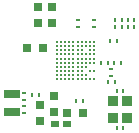
<source format=gtp>
G04*
G04 #@! TF.GenerationSoftware,Altium Limited,Altium Designer,19.0.10 (269)*
G04*
G04 Layer_Color=8421504*
%FSLAX24Y24*%
%MOIN*%
G70*
G01*
G75*
%ADD14R,0.0335X0.0374*%
%ADD15R,0.0106X0.0118*%
%ADD16R,0.0551X0.0295*%
%ADD17C,0.0079*%
%ADD18R,0.0256X0.0197*%
%ADD19R,0.0315X0.0295*%
%ADD20R,0.0118X0.0106*%
%ADD21R,0.0295X0.0315*%
D14*
X1704Y-1350D02*
D03*
X1252D02*
D03*
Y-1921D02*
D03*
X1704D02*
D03*
D15*
X1590Y-2246D02*
D03*
X1366D02*
D03*
X1366Y-1025D02*
D03*
X1590D02*
D03*
X1089Y-721D02*
D03*
X1313D02*
D03*
X1275Y-69D02*
D03*
X1500D02*
D03*
X845Y-69D02*
D03*
X1070D02*
D03*
X1539Y1132D02*
D03*
X1315D02*
D03*
X1539Y1339D02*
D03*
X1315D02*
D03*
X1963Y1132D02*
D03*
X1738D02*
D03*
X1963Y1339D02*
D03*
X1738D02*
D03*
X18Y-1350D02*
D03*
X242D02*
D03*
X1383Y639D02*
D03*
X1158D02*
D03*
X-1453Y-1130D02*
D03*
X-1228D02*
D03*
D16*
X-2132Y-1696D02*
D03*
Y-1125D02*
D03*
D17*
X-620Y620D02*
D03*
X620Y-344D02*
D03*
X482D02*
D03*
X620Y-620D02*
D03*
X-482Y620D02*
D03*
X-344D02*
D03*
X-207D02*
D03*
X-69D02*
D03*
X69D02*
D03*
X207D02*
D03*
X344D02*
D03*
X482D02*
D03*
X620D02*
D03*
X-620Y482D02*
D03*
X-482D02*
D03*
X-344D02*
D03*
X-207D02*
D03*
X-69D02*
D03*
X69D02*
D03*
X207D02*
D03*
X344D02*
D03*
X482D02*
D03*
X620D02*
D03*
X-620Y344D02*
D03*
X-482D02*
D03*
X-344D02*
D03*
X-207D02*
D03*
X-69D02*
D03*
X69D02*
D03*
X207D02*
D03*
X482D02*
D03*
X620D02*
D03*
X-620Y207D02*
D03*
X-482D02*
D03*
X-344D02*
D03*
X-207D02*
D03*
X-69D02*
D03*
X69D02*
D03*
X207D02*
D03*
X344D02*
D03*
X482D02*
D03*
X620D02*
D03*
X-620Y69D02*
D03*
X-482D02*
D03*
X-344D02*
D03*
X-207D02*
D03*
X-69D02*
D03*
X69D02*
D03*
X207D02*
D03*
X344D02*
D03*
X482D02*
D03*
X620D02*
D03*
X-620Y-69D02*
D03*
X-482D02*
D03*
X-344D02*
D03*
X-207D02*
D03*
X-69D02*
D03*
X69D02*
D03*
X207D02*
D03*
X344D02*
D03*
X482D02*
D03*
X620D02*
D03*
X-620Y-207D02*
D03*
X-482D02*
D03*
X-344D02*
D03*
X-207D02*
D03*
X-69D02*
D03*
X69D02*
D03*
X207D02*
D03*
X344D02*
D03*
X-620Y-344D02*
D03*
X-482D02*
D03*
X-344D02*
D03*
X-207D02*
D03*
X-69D02*
D03*
X69D02*
D03*
X207D02*
D03*
X-620Y-482D02*
D03*
X-482D02*
D03*
X-344D02*
D03*
X-207D02*
D03*
X-69D02*
D03*
X69D02*
D03*
X207D02*
D03*
X344D02*
D03*
X-620Y-620D02*
D03*
X-482D02*
D03*
X-344D02*
D03*
X-207D02*
D03*
X-69D02*
D03*
X69D02*
D03*
X207D02*
D03*
X344D02*
D03*
X482D02*
D03*
D18*
X-295Y-2120D02*
D03*
X-669D02*
D03*
D19*
X-730Y-1174D02*
D03*
Y-1706D02*
D03*
X-1250Y1250D02*
D03*
Y1781D02*
D03*
X-787Y1250D02*
D03*
Y1781D02*
D03*
X-1180Y-1474D02*
D03*
Y-2006D02*
D03*
D20*
X-1709Y-1306D02*
D03*
Y-1082D02*
D03*
Y-1525D02*
D03*
Y-1749D02*
D03*
X600Y1352D02*
D03*
Y1128D02*
D03*
X90Y1352D02*
D03*
Y1128D02*
D03*
X1173Y-287D02*
D03*
Y-511D02*
D03*
D21*
X-276Y-1730D02*
D03*
X256D02*
D03*
X-1093Y413D02*
D03*
X-1624D02*
D03*
M02*

</source>
